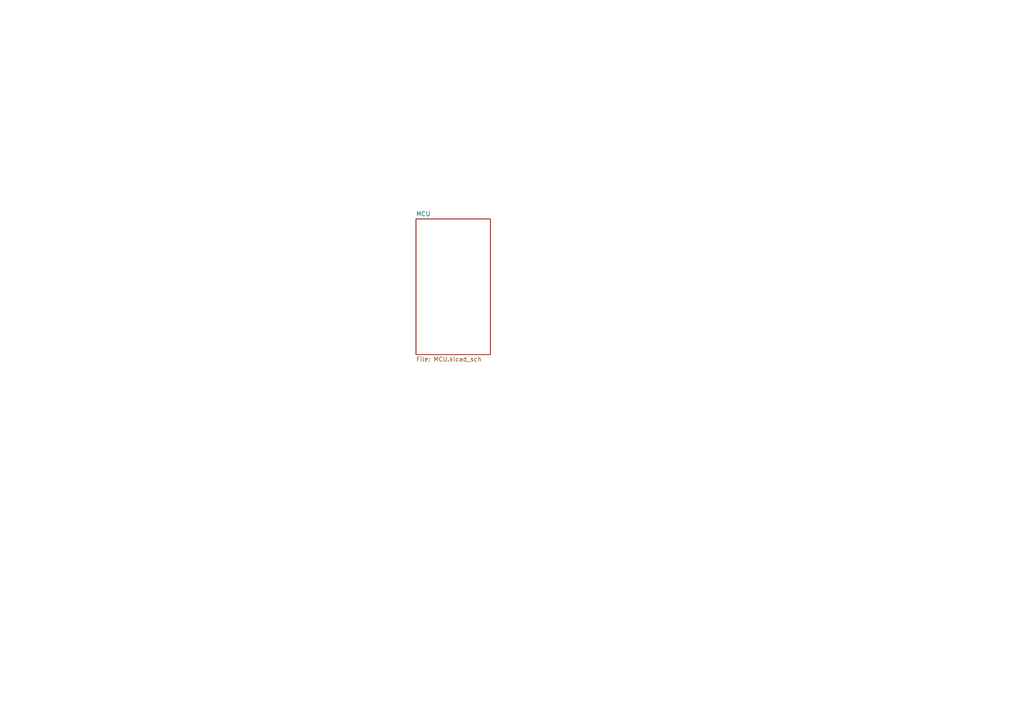
<source format=kicad_sch>
(kicad_sch (version 20230121) (generator eeschema)
  (paper "A4")
  (lib_symbols)
  (sheet (at 120.65 63.5) (size 21.59 39.37) (stroke (width 0.1524))
    (property "Sheetname" "MCU" (at 120.65 62.7884 0) (effects (justify left bottom)))
    (property "Sheetfile" "MCU.kicad_sch" (at 120.65 103.4546 0) (effects (justify left top)))
  )
)
</source>
